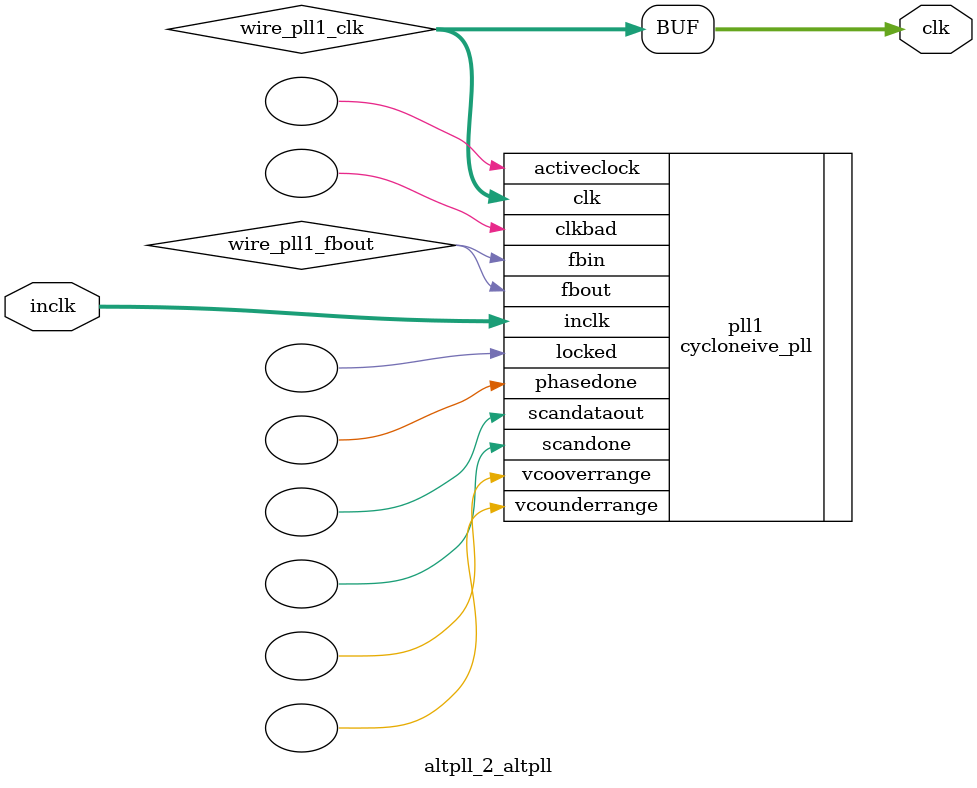
<source format=v>






//synthesis_resources = cycloneive_pll 1 
//synopsys translate_off
`timescale 1 ps / 1 ps
//synopsys translate_on
module  altpll_2_altpll
	( 
	clk,
	inclk) /* synthesis synthesis_clearbox=1 */;
	output   [4:0]  clk;
	input   [1:0]  inclk;
`ifndef ALTERA_RESERVED_QIS
// synopsys translate_off
`endif
	tri0   [1:0]  inclk;
`ifndef ALTERA_RESERVED_QIS
// synopsys translate_on
`endif

	wire  [4:0]   wire_pll1_clk;
	wire  wire_pll1_fbout;

	cycloneive_pll   pll1
	( 
	.activeclock(),
	.clk(wire_pll1_clk),
	.clkbad(),
	.fbin(wire_pll1_fbout),
	.fbout(wire_pll1_fbout),
	.inclk(inclk),
	.locked(),
	.phasedone(),
	.scandataout(),
	.scandone(),
	.vcooverrange(),
	.vcounderrange()
	`ifndef FORMAL_VERIFICATION
	// synopsys translate_off
	`endif
	,
	.areset(1'b0),
	.clkswitch(1'b0),
	.configupdate(1'b0),
	.pfdena(1'b1),
	.phasecounterselect({3{1'b0}}),
	.phasestep(1'b0),
	.phaseupdown(1'b0),
	.scanclk(1'b0),
	.scanclkena(1'b1),
	.scandata(1'b0)
	`ifndef FORMAL_VERIFICATION
	// synopsys translate_on
	`endif
	);
	defparam
		pll1.bandwidth_type = "auto",
		pll1.clk0_divide_by = 2,
		pll1.clk0_duty_cycle = 50,
		pll1.clk0_multiply_by = 1,
		pll1.clk0_phase_shift = "-2222",
		pll1.clk1_divide_by = 25,
		pll1.clk1_duty_cycle = 50,
		pll1.clk1_multiply_by = 2,
		pll1.clk1_phase_shift = "0",
		pll1.clk2_divide_by = 25,
		pll1.clk2_duty_cycle = 50,
		pll1.clk2_multiply_by = 8,
		pll1.clk2_phase_shift = "31250",
		pll1.clk3_divide_by = 1,
		pll1.clk3_duty_cycle = 50,
		pll1.clk3_multiply_by = 4,
		pll1.clk3_phase_shift = "0",
		pll1.compensate_clock = "clk0",
		pll1.inclk0_input_frequency = 40000,
		pll1.operation_mode = "normal",
		pll1.pll_type = "auto",
		pll1.lpm_type = "cycloneive_pll";
	assign
		clk = {wire_pll1_clk[4:0]};
endmodule //altpll_2_altpll
//VALID FILE

</source>
